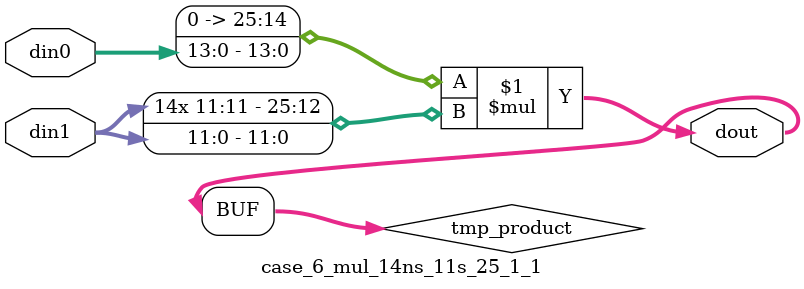
<source format=v>

`timescale 1 ns / 1 ps

 (* use_dsp = "no" *)  module case_6_mul_14ns_11s_25_1_1(din0, din1, dout);
parameter ID = 1;
parameter NUM_STAGE = 0;
parameter din0_WIDTH = 14;
parameter din1_WIDTH = 12;
parameter dout_WIDTH = 26;

input [din0_WIDTH - 1 : 0] din0; 
input [din1_WIDTH - 1 : 0] din1; 
output [dout_WIDTH - 1 : 0] dout;

wire signed [dout_WIDTH - 1 : 0] tmp_product;

























assign tmp_product = $signed({1'b0, din0}) * $signed(din1);










assign dout = tmp_product;





















endmodule

</source>
